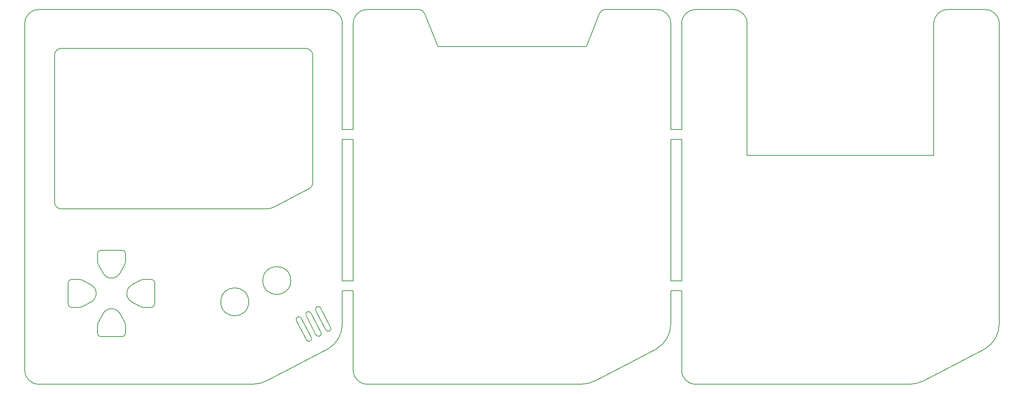
<source format=gbr>
G04 #@! TF.GenerationSoftware,KiCad,Pcbnew,(5.1.9-0-10_14)*
G04 #@! TF.CreationDate,2021-03-07T20:02:12-08:00*
G04 #@! TF.ProjectId,system,73797374-656d-42e6-9b69-6361645f7063,1.0-dev4*
G04 #@! TF.SameCoordinates,Original*
G04 #@! TF.FileFunction,Profile,NP*
%FSLAX46Y46*%
G04 Gerber Fmt 4.6, Leading zero omitted, Abs format (unit mm)*
G04 Created by KiCad (PCBNEW (5.1.9-0-10_14)) date 2021-03-07 20:02:12*
%MOMM*%
%LPD*%
G01*
G04 APERTURE LIST*
G04 #@! TA.AperFunction,Profile*
%ADD10C,0.200000*%
G04 #@! TD*
G04 APERTURE END LIST*
D10*
X156972000Y-75691999D02*
X160096590Y-67891634D01*
X160096590Y-67891634D02*
G75*
G02*
X161290000Y-67056000I1193410J-434366D01*
G01*
X173450000Y-67056000D02*
X161290000Y-67056000D01*
X119303410Y-67891635D02*
G75*
G03*
X118110000Y-67056000I-1193410J-434365D01*
G01*
X122428000Y-75692000D02*
X119303410Y-67891635D01*
X122428000Y-75692000D02*
X156972000Y-75691999D01*
X182340500Y-67056000D02*
X191200500Y-67056000D01*
X191200500Y-67056000D02*
G75*
G02*
X194375500Y-70231000I0J-3175000D01*
G01*
X237805500Y-70231000D02*
G75*
G02*
X240980500Y-67056000I3175000J0D01*
G01*
X237805500Y-70231000D02*
X237805500Y-100965000D01*
X194375500Y-70231000D02*
X194375500Y-100965000D01*
X194375500Y-100965000D02*
X237805500Y-100965000D01*
X240980500Y-67056000D02*
X249840500Y-67056000D01*
X232241213Y-154225900D02*
X182340500Y-154225900D01*
X179165500Y-132461000D02*
X179165500Y-151050900D01*
X179165500Y-70231000D02*
G75*
G02*
X182340500Y-67056000I3175000J0D01*
G01*
X249840500Y-67056000D02*
G75*
G02*
X253015500Y-70231000I0J-3175000D01*
G01*
X182340500Y-154225900D02*
G75*
G02*
X179165500Y-151050900I0J3175000D01*
G01*
X249707538Y-145985323D02*
X235394500Y-153437347D01*
X249707538Y-145985323D02*
G75*
G03*
X253015500Y-140208000I-3391038J5777323D01*
G01*
X179165500Y-97282000D02*
X179165500Y-130175000D01*
X179165500Y-70231000D02*
X179165500Y-94996000D01*
X235394500Y-153437347D02*
G75*
G02*
X232241213Y-154225900I-3153287J5910447D01*
G01*
X253015500Y-70231000D02*
X253015500Y-140208000D01*
X29559500Y-67056000D02*
X97059500Y-67056000D01*
X79460213Y-154225900D02*
X29559500Y-154225900D01*
X26384500Y-70231000D02*
X26384500Y-151050900D01*
X26384500Y-70231000D02*
G75*
G02*
X29559500Y-67056000I3175000J0D01*
G01*
X97059500Y-67056000D02*
G75*
G02*
X100234500Y-70231000I0J-3175000D01*
G01*
X29559500Y-154225900D02*
G75*
G02*
X26384500Y-151050900I0J3175000D01*
G01*
X96926538Y-145985323D02*
X82613500Y-153437347D01*
X96926538Y-145985323D02*
G75*
G03*
X100234500Y-140208000I-3391038J5777323D01*
G01*
X100235000Y-132461000D02*
X100234500Y-140208000D01*
X82613500Y-153437347D02*
G75*
G02*
X79460213Y-154225900I-3153287J5910447D01*
G01*
X100234500Y-70231000D02*
X100234500Y-94996000D01*
X100234500Y-97282000D02*
X100234500Y-130175000D01*
X102775000Y-70231000D02*
X102775000Y-94996000D01*
X102775000Y-94996000D02*
X100234500Y-94996000D01*
X102775000Y-97282000D02*
X100234500Y-97282000D01*
X102775000Y-97282000D02*
X102775000Y-130175000D01*
X102775000Y-130175000D02*
X100234500Y-130175000D01*
X102775000Y-132461000D02*
X100235000Y-132461000D01*
X179165000Y-132461000D02*
X176625000Y-132461000D01*
X179165000Y-130175000D02*
X176625000Y-130175000D01*
X179165000Y-97282000D02*
X176625000Y-97282000D01*
X179165000Y-94996000D02*
X176625000Y-94996000D01*
X176625000Y-70231000D02*
X176625000Y-94996000D01*
X176625000Y-97282000D02*
X176625000Y-130175000D01*
X159004000Y-153437347D02*
G75*
G02*
X155850713Y-154225900I-3153287J5910447D01*
G01*
X176625000Y-132461000D02*
X176625000Y-140208000D01*
X173317038Y-145985323D02*
G75*
G03*
X176625000Y-140208000I-3391038J5777323D01*
G01*
X173317038Y-145985323D02*
X159004000Y-153437347D01*
X105950000Y-154225900D02*
G75*
G02*
X102775000Y-151050900I0J3175000D01*
G01*
X173450000Y-67056000D02*
G75*
G02*
X176625000Y-70231000I0J-3175000D01*
G01*
X102775000Y-70231000D02*
G75*
G02*
X105950000Y-67056000I3175000J0D01*
G01*
X102775000Y-132461000D02*
X102775000Y-151050900D01*
X155850713Y-154225900D02*
X105950000Y-154225900D01*
X105950000Y-67056000D02*
X118110000Y-67056000D01*
X84364608Y-112981070D02*
G75*
G02*
X82659500Y-113396000I-1605108J2885070D01*
G01*
X93309500Y-107396000D02*
G75*
G02*
X92402174Y-108796000I-1533760J0D01*
G01*
X34809500Y-113396000D02*
G75*
G02*
X33309500Y-111896000I0J1500000D01*
G01*
X33309500Y-77596000D02*
G75*
G02*
X34809500Y-76096000I1500000J0D01*
G01*
X91809500Y-76096000D02*
G75*
G02*
X93309500Y-77596000I0J-1500000D01*
G01*
X84364608Y-112981070D02*
X92402174Y-108796000D01*
X34809500Y-113396000D02*
X82659500Y-113396000D01*
X33309500Y-77596000D02*
X33309500Y-111896000D01*
X34809500Y-76096000D02*
X91809500Y-76096000D01*
X93309500Y-77596000D02*
X93309500Y-107396000D01*
X89546399Y-139421044D02*
X91892082Y-143927059D01*
X90672903Y-138834624D02*
X93018586Y-143340639D01*
X94052414Y-137075361D02*
X96398097Y-141581376D01*
X95178918Y-136488941D02*
X97524601Y-140994956D01*
X91799407Y-138248203D02*
X94145090Y-142754218D01*
X92925910Y-137661782D02*
X95271593Y-142167797D01*
X89546399Y-139421044D02*
G75*
G02*
X90672903Y-138834624I563252J293210D01*
G01*
X93018586Y-143340639D02*
G75*
G02*
X91892082Y-143927059I-563252J-293210D01*
G01*
X94052414Y-137075361D02*
G75*
G02*
X95178918Y-136488941I563252J293210D01*
G01*
X97524601Y-140994956D02*
G75*
G02*
X96398097Y-141581376I-563252J-293210D01*
G01*
X95271592Y-142167798D02*
G75*
G02*
X94145090Y-142754218I-563251J-293210D01*
G01*
X91799408Y-138248202D02*
G75*
G02*
X92925910Y-137661782I563251J293210D01*
G01*
X78461500Y-135053000D02*
G75*
G03*
X78461500Y-135053000I-3250000J0D01*
G01*
X88240500Y-130100000D02*
G75*
G03*
X88240500Y-130100000I-3250000J0D01*
G01*
X39783382Y-136189604D02*
X41962229Y-134980867D01*
X37233500Y-136346000D02*
X39113454Y-136344682D01*
X39784020Y-129999740D02*
X41962229Y-131211133D01*
X37233500Y-129846000D02*
X39113454Y-129844682D01*
X36483500Y-130596000D02*
X36483500Y-135596000D01*
X39783382Y-136189603D02*
G75*
G02*
X39113454Y-136344682I-605375J1090618D01*
G01*
X39112588Y-129844727D02*
G75*
G02*
X39784020Y-129999740I65419J-1248288D01*
G01*
X36483500Y-135596000D02*
G75*
G03*
X37233500Y-136346000I750000J0D01*
G01*
X37233500Y-129846000D02*
G75*
G03*
X36483500Y-130596000I0J-750000D01*
G01*
X41962229Y-134980867D02*
G75*
G03*
X42983500Y-133096000I-1228729J1884867D01*
G01*
X41962229Y-131211133D02*
G75*
G02*
X42983500Y-133096000I-1228729J-1884867D01*
G01*
X49639104Y-139858118D02*
X48430367Y-137679271D01*
X49795500Y-142408000D02*
X49794182Y-140528046D01*
X43449240Y-139857480D02*
X44660633Y-137679271D01*
X43295500Y-142408000D02*
X43294182Y-140528046D01*
X44045500Y-143158000D02*
X49045500Y-143158000D01*
X49639103Y-139858118D02*
G75*
G02*
X49794182Y-140528046I-1090618J-605375D01*
G01*
X43294227Y-140528912D02*
G75*
G02*
X43449240Y-139857480I1248288J65419D01*
G01*
X49045500Y-143158000D02*
G75*
G03*
X49795500Y-142408000I0J750000D01*
G01*
X43295500Y-142408000D02*
G75*
G03*
X44045500Y-143158000I750000J0D01*
G01*
X48430367Y-137679271D02*
G75*
G03*
X46545500Y-136658000I-1884867J-1228729D01*
G01*
X44660633Y-137679271D02*
G75*
G02*
X46545500Y-136658000I1884867J-1228729D01*
G01*
X43451896Y-126333882D02*
X44660633Y-128512729D01*
X43295500Y-123784000D02*
X43296818Y-125663954D01*
X49641760Y-126334520D02*
X48430367Y-128512729D01*
X49795500Y-123784000D02*
X49796818Y-125663954D01*
X49045500Y-123034000D02*
X44045500Y-123034000D01*
X43451897Y-126333882D02*
G75*
G02*
X43296818Y-125663954I1090618J605375D01*
G01*
X49796773Y-125663088D02*
G75*
G02*
X49641760Y-126334520I-1248288J-65419D01*
G01*
X44045500Y-123034000D02*
G75*
G03*
X43295500Y-123784000I0J-750000D01*
G01*
X49795500Y-123784000D02*
G75*
G03*
X49045500Y-123034000I-750000J0D01*
G01*
X44660633Y-128512729D02*
G75*
G03*
X46545500Y-129534000I1884867J1228729D01*
G01*
X48430367Y-128512729D02*
G75*
G02*
X46545500Y-129534000I-1884867J1228729D01*
G01*
X53307618Y-130002396D02*
X51128771Y-131211133D01*
X55857500Y-129846000D02*
X53977546Y-129847318D01*
X53306980Y-136192260D02*
X51128771Y-134980867D01*
X55857500Y-136346000D02*
X53977546Y-136347318D01*
X56607500Y-135596000D02*
X56607500Y-130596000D01*
X53307618Y-130002397D02*
G75*
G02*
X53977546Y-129847318I605375J-1090618D01*
G01*
X53978412Y-136347273D02*
G75*
G02*
X53306980Y-136192260I-65419J1248288D01*
G01*
X56607500Y-130596000D02*
G75*
G03*
X55857500Y-129846000I-750000J0D01*
G01*
X55857500Y-136346000D02*
G75*
G03*
X56607500Y-135596000I0J750000D01*
G01*
X51128771Y-131211133D02*
G75*
G03*
X50107500Y-133096000I1228729J-1884867D01*
G01*
X51128771Y-134980867D02*
G75*
G02*
X50107500Y-133096000I1228729J1884867D01*
G01*
M02*

</source>
